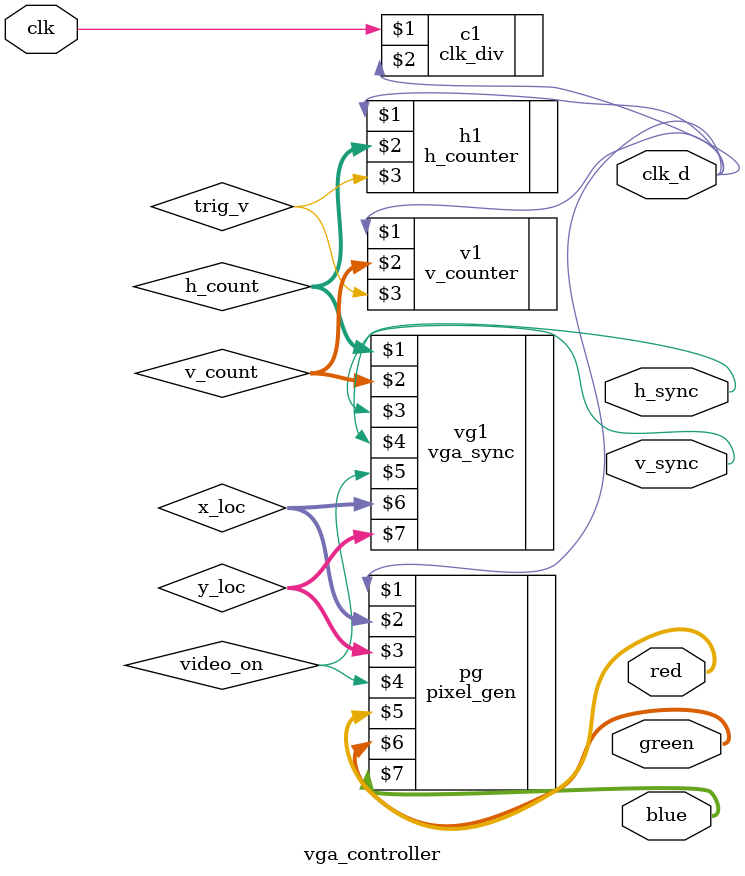
<source format=v>
`include "v_counter.sv"
`include "h_counter.sv"
`include "clk_div.sv"
`include "vga_sync.sv"
`include "pixel_gen.sv"

module vga_controller(clk, clk_d, h_sync, v_sync, red, green, blue);
  input clk;
  output clk_d;
  output h_sync;
  output v_sync;
  output [3:0] red;
  output [3:0] green;
  output [3:0] blue; 
  
  wire clk_d;
  wire [9:0] h_count;
  wire trig_v;
  wire [9:0] v_count;
  wire h_sync, v_sync, video_on;
  wire [9:0] x_loc;
  wire [9:0] y_loc;
  
  clk_div c1(clk, clk_d);
  h_counter h1(clk_d, h_count, trig_v);
  v_counter v1(clk_d, v_count, trig_v);
  vga_sync vg1(h_count, v_count, h_sync, v_sync, video_on, x_loc, y_loc);
  pixel_gen pg(clk_d, x_loc, y_loc, video_on, red, green, blue);
endmodule
</source>
